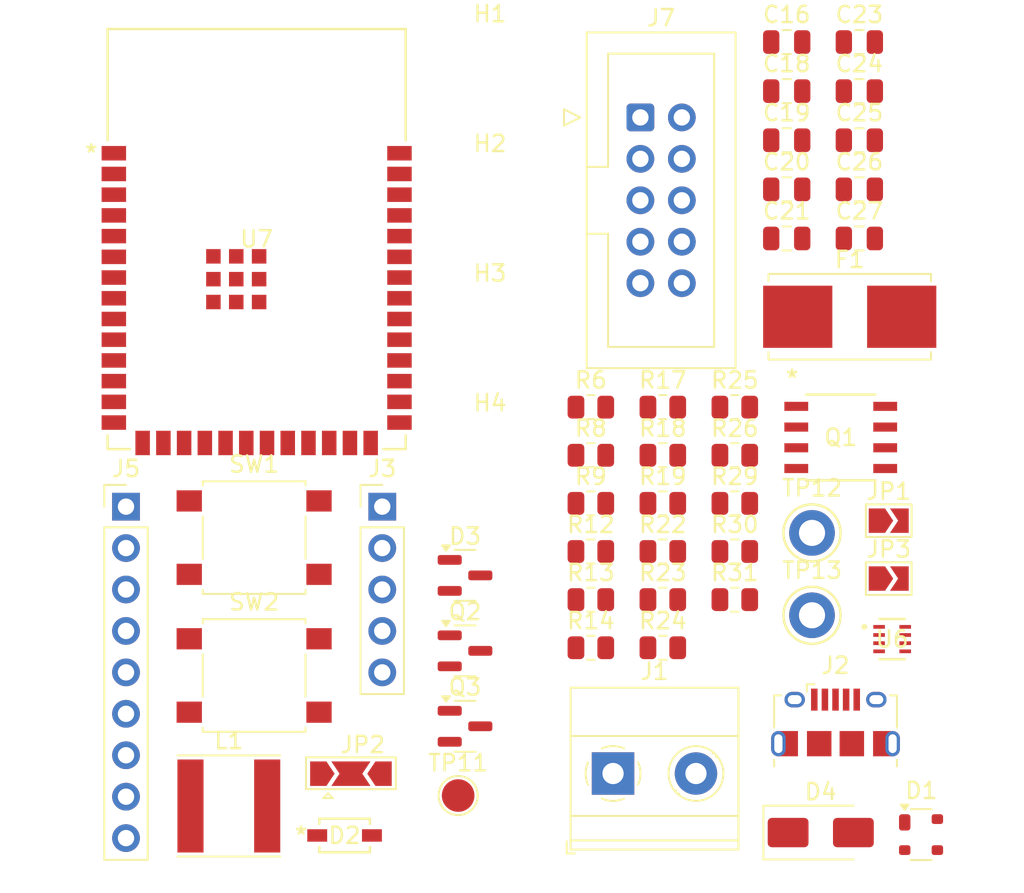
<source format=kicad_pcb>
(kicad_pcb (version 20240108) (generator "pcbnew") (generator_version "8.0")
  (layers (0 "F.Cu" signal) (31 "B.Cu" signal) (34 "B.Paste" user) (35 "F.Paste" user) (36 "B.SilkS" user "B.Silkscreen") (37 "F.SilkS" user "F.Silkscreen") (38 "B.Mask" user) (39 "F.Mask" user) (44 "Edge.Cuts" user))
  (net 0 "")
  (net 1 "+BATT")
  (net 2 "GND")
  (net 3 "Net-(U6-SW)")
  (net 4 "/CHIP_PU")
  (net 5 "/GPIO0_STRAPPING")
  (net 6 "+3V3")
  (net 7 "Net-(U6-BST)")
  (net 8 "Net-(JP3-A)")
  (net 9 "Net-(D2-A)")
  (net 10 "/VBAT_SENSE")
  (net 11 "Net-(F1-Pad2)")
  (net 12 "Net-(J1-Pin_2)")
  (net 13 "+5V")
  (net 14 "/D-")
  (net 15 "/D+")
  (net 18 "/RTS")
  (net 19 "/DTR")
  (net 20 "/TX")
  (net 21 "/RX")
  (net 22 "/GPIO5")
  (net 23 "/GPIO6")
  (net 24 "/GPIO7")
  (net 25 "/GPIO15")
  (net 26 "/GPIO16")
  (net 27 "/GPIO17")
  (net 28 "/GPIO18")
  (net 29 "Net-(J7-VTref)")
  (net 30 "/MTMS")
  (net 31 "/MTCK")
  (net 32 "/MTDO")
  (net 33 "/MTDI")
  (net 34 "/GPIO3_STRAPPING")
  (net 36 "Net-(JP2-C)")
  (net 37 "Net-(Q2-B)")
  (net 38 "Net-(Q2-C)")
  (net 39 "Net-(Q3-B)")
  (net 40 "Net-(Q3-C)")
  (net 41 "/GPIO46_STRAPPING")
  (net 42 "/GPIO45_STRAPPING")
  (net 43 "Net-(U6-EN)")
  (net 44 "Net-(U6-RT)")
  (net 45 "Net-(U6-PG)")
  (net 46 "Net-(U6-FB)")
  (footprint "Resistor_SMD:R_0805_2012Metric" (layer "F.Cu") (at 131.01 107.195)
    (property "Reference" "R14" (at 0 -1.65 0) (layer "F.SilkS"))
    (property "Value" "10k")
    (pad "1" smd roundrect (at -0.9125 0) (size 1.025 1.4) (layers "F.Cu" "F.Paste" "F.Mask") (roundrect_rratio 0.243902) (net 18 "/RTS"))
    (pad "2" smd roundrect (at 0.9125 0) (size 1.025 1.4) (layers "F.Cu" "F.Paste" "F.Mask") (roundrect_rratio 0.243902) (net 39 "Net-(Q3-B)"))
  )
  (footprint "Resistor_SMD:R_0805_2012Metric" (layer "F.Cu") (at 135.42 104.245)
    (property "Reference" "R23" (at 0 -1.65 0) (layer "F.SilkS"))
    (property "Value" "DNP")
    (pad "1" smd roundrect (at -0.9125 0) (size 1.025 1.4) (layers "F.Cu" "F.Paste" "F.Mask") (roundrect_rratio 0.243902) (net 43 "Net-(U6-EN)"))
    (pad "2" smd roundrect (at 0.9125 0) (size 1.025 1.4) (layers "F.Cu" "F.Paste" "F.Mask") (roundrect_rratio 0.243902) (net 2 "GND"))
  )
  (footprint "Resistor_SMD:R_0805_2012Metric" (layer "F.Cu") (at 131.01 101.295)
    (property "Reference" "R12" (at 0 -1.65 0) (layer "F.SilkS"))
    (property "Value" "1k")
    (pad "1" smd roundrect (at -0.9125 0) (size 1.025 1.4) (layers "F.Cu" "F.Paste" "F.Mask") (roundrect_rratio 0.243902) (net 41 "/GPIO46_STRAPPING"))
    (pad "2" smd roundrect (at 0.9125 0) (size 1.025 1.4) (layers "F.Cu" "F.Paste" "F.Mask") (roundrect_rratio 0.243902) (net 6 "+3V3"))
  )
  (footprint "local_footprints:ESP32-S3-WROOM-1_EXP" (layer "F.Cu") (at 110.5345 82.141)
    (property "Reference" "U7" (at 0 0 0) (layer "F.SilkS"))
    (property "Value" "ESP32-S3-WROOM-1-N16R2")
    (fp_text user "*" (at -10.1343 -5.26 0) (layer "F.SilkS"))
    (fp_text user "*" (at -10.1343 -5.26 0) (layer "F.SilkS"))
    (pad "1" smd rect (at -8.75 -5.26) (size 1.4986 0.889) (layers "F.Cu" "F.Paste" "F.Mask") (net 2 "GND"))
    (pad "2" smd rect (at -8.75 -3.99) (size 1.4986 0.889) (layers "F.Cu" "F.Paste" "F.Mask") (net 6 "+3V3"))
    (pad "3" smd rect (at -8.75 -2.72) (size 1.4986 0.889) (layers "F.Cu" "F.Paste" "F.Mask") (net 4 "/CHIP_PU"))
    (pad "4" smd rect (at -8.75 -1.45) (size 1.4986 0.889) (layers "F.Cu" "F.Paste" "F.Mask") (net 10 "/VBAT_SENSE"))
    (pad "5" smd rect (at -8.75 -0.18) (size 1.4986 0.889) (layers "F.Cu" "F.Paste" "F.Mask") (net 22 "/GPIO5"))
    (pad "6" smd rect (at -8.75 1.09) (size 1.4986 0.889) (layers "F.Cu" "F.Paste" "F.Mask") (net 23 "/GPIO6"))
    (pad "7" smd rect (at -8.75 2.36) (size 1.4986 0.889) (layers "F.Cu" "F.Paste" "F.Mask") (net 24 "/GPIO7"))
    (pad "8" smd rect (at -8.75 3.63) (size 1.4986 0.889) (layers "F.Cu" "F.Paste" "F.Mask") (net 25 "/GPIO15"))
    (pad "9" smd rect (at -8.75 4.9) (size 1.4986 0.889) (layers "F.Cu" "F.Paste" "F.Mask") (net 26 "/GPIO16"))
    (pad "10" smd rect (at -8.75 6.17) (size 1.4986 0.889) (layers "F.Cu" "F.Paste" "F.Mask") (net 27 "/GPIO17"))
    (pad "11" smd rect (at -8.75 7.44) (size 1.4986 0.889) (layers "F.Cu" "F.Paste" "F.Mask") (net 28 "/GPIO18"))
    (pad "12" smd rect (at -8.75 8.71) (size 1.4986 0.889) (layers "F.Cu" "F.Paste" "F.Mask"))
    (pad "13" smd rect (at -8.75 9.98) (size 1.4986 0.889) (layers "F.Cu" "F.Paste" "F.Mask") (net 14 "/D-"))
    (pad "14" smd rect (at -8.75 11.25) (size 1.4986 0.889) (layers "F.Cu" "F.Paste" "F.Mask") (net 15 "/D+"))
    (pad "15" smd rect (at -6.985 12.5 90) (size 1.4986 0.889) (layers "F.Cu" "F.Paste" "F.Mask") (net 34 "/GPIO3_STRAPPING"))
    (pad "16" smd rect (at -5.715 12.5 90) (size 1.4986 0.889) (layers "F.Cu" "F.Paste" "F.Mask") (net 41 "/GPIO46_STRAPPING"))
    (pad "17" smd rect (at -4.445 12.5 90) (size 1.4986 0.889) (layers "F.Cu" "F.Paste" "F.Mask"))
    (pad "18" smd rect (at -3.175 12.5 90) (size 1.4986 0.889) (layers "F.Cu" "F.Paste" "F.Mask"))
    (pad "19" smd rect (at -1.905 12.5 90) (size 1.4986 0.889) (layers "F.Cu" "F.Paste" "F.Mask"))
    (pad "20" smd rect (at -0.635 12.5 90) (size 1.4986 0.889) (layers "F.Cu" "F.Paste" "F.Mask"))
    (pad "21" smd rect (at 0.635 12.5 90) (size 1.4986 0.889) (layers "F.Cu" "F.Paste" "F.Mask"))
    (pad "22" smd rect (at 1.905 12.5 90) (size 1.4986 0.889) (layers "F.Cu" "F.Paste" "F.Mask"))
    (pad "23" smd rect (at 3.175 12.5 90) (size 1.4986 0.889) (layers "F.Cu" "F.Paste" "F.Mask"))
    (pad "24" smd rect (at 4.445 12.5 90) (size 1.4986 0.889) (layers "F.Cu" "F.Paste" "F.Mask"))
    (pad "25" smd rect (at 5.715 12.5 90) (size 1.4986 0.889) (layers "F.Cu" "F.Paste" "F.Mask"))
    (pad "26" smd rect (at 6.985 12.5 90) (size 1.4986 0.889) (layers "F.Cu" "F.Paste" "F.Mask") (net 42 "/GPIO45_STRAPPING"))
    (pad "27" smd rect (at 8.75 11.25) (size 1.4986 0.889) (layers "F.Cu" "F.Paste" "F.Mask") (net 5 "/GPIO0_STRAPPING"))
    (pad "28" smd rect (at 8.75 9.98) (size 1.4986 0.889) (layers "F.Cu" "F.Paste" "F.Mask"))
    (pad "29" smd rect (at 8.75 8.71) (size 1.4986 0.889) (layers "F.Cu" "F.Paste" "F.Mask"))
    (pad "30" smd rect (at 8.75 7.44) (size 1.4986 0.889) (layers "F.Cu" "F.Paste" "F.Mask"))
    (pad "31" smd rect (at 8.75 6.17) (size 1.4986 0.889) (layers "F.Cu" "F.Paste" "F.Mask"))
    (pad "32" smd rect (at 8.75 4.9) (size 1.4986 0.889) (layers "F.Cu" "F.Paste" "F.Mask") (net 31 "/MTCK"))
    (pad "33" smd rect (at 8.75 3.63) (size 1.4986 0.889) (layers "F.Cu" "F.Paste" "F.Mask") (net 32 "/MTDO"))
    (pad "34" smd rect (at 8.75 2.36) (size 1.4986 0.889) (layers "F.Cu" "F.Paste" "F.Mask") (net 33 "/MTDI"))
    (pad "35" smd rect (at 8.75 1.09) (size 1.4986 0.889) (layers "F.Cu" "F.Paste" "F.Mask") (net 30 "/MTMS"))
    (pad "36" smd rect (at 8.75 -0.18) (size 1.4986 0.889) (layers "F.Cu" "F.Paste" "F.Mask") (net 21 "/RX"))
    (pad "37" smd rect (at 8.75 -1.45) (size 1.4986 0.889) (layers "F.Cu" "F.Paste" "F.Mask") (net 20 "/TX"))
    (pad "38" smd rect (at 8.75 -2.72) (size 1.4986 0.889) (layers "F.Cu" "F.Paste" "F.Mask"))
    (pad "39" smd rect (at 8.75 -3.99) (size 1.4986 0.889) (layers "F.Cu" "F.Paste" "F.Mask"))
    (pad "40" smd rect (at 8.75 -5.26) (size 1.4986 0.889) (layers "F.Cu" "F.Paste" "F.Mask") (net 2 "GND"))
    (pad "41" smd rect (at -1.25 2.46) (size 0.889 0.889) (layers "F.Cu" "F.Paste" "F.Mask") (net 2 "GND"))
    (pad "42" smd rect (at -1.25 1.06) (size 0.889 0.889) (layers "F.Cu" "F.Paste" "F.Mask") (net 2 "GND"))
    (pad "43" smd rect (at -2.65 1.06) (size 0.889 0.889) (layers "F.Cu" "F.Paste" "F.Mask") (net 2 "GND"))
    (pad "44" smd rect (at -2.65 2.46) (size 0.889 0.889) (layers "F.Cu" "F.Paste" "F.Mask") (net 2 "GND"))
    (pad "45" smd rect (at -2.65 3.86) (size 0.889 0.889) (layers "F.Cu" "F.Paste" "F.Mask") (net 2 "GND"))
    (pad "46" smd rect (at -1.25 3.86) (size 0.889 0.889) (layers "F.Cu" "F.Paste" "F.Mask") (net 2 "GND"))
    (pad "47" smd rect (at 0.15 3.86) (size 0.889 0.889) (layers "F.Cu" "F.Paste" "F.Mask") (net 2 "GND"))
    (pad "48" smd rect (at 0.15 2.46) (size 0.889 0.889) (layers "F.Cu" "F.Paste" "F.Mask") (net 2 "GND"))
    (pad "49" smd rect (at 0.15 1.06) (size 0.889 0.889) (layers "F.Cu" "F.Paste" "F.Mask") (net 2 "GND"))
  )
  (footprint "Resistor_SMD:R_0805_2012Metric" (layer "F.Cu") (at 139.83 92.445)
    (property "Reference" "R25" (at 0 -1.65 0) (layer "F.SilkS"))
    (property "Value" "100k")
    (pad "1" smd roundrect (at -0.9125 0) (size 1.025 1.4) (layers "F.Cu" "F.Paste" "F.Mask") (roundrect_rratio 0.243902) (net 6 "+3V3"))
    (pad "2" smd roundrect (at 0.9125 0) (size 1.025 1.4) (layers "F.Cu" "F.Paste" "F.Mask") (roundrect_rratio 0.243902) (net 5 "/GPIO0_STRAPPING"))
  )
  (footprint "Connector_USB:USB_Micro-B_Amphenol_10118194_Horizontal" (layer "F.Cu") (at 146 111.775)
    (property "Reference" "J2" (at 0 -3.5 0) (layer "F.SilkS"))
    (property "Value" "USB_B_Micro")
    (pad "1" smd rect (at -1.3 -1.4) (size 0.4 1.35) (layers "F.Cu" "F.Paste" "F.Mask") (net 13 "+5V"))
    (pad "2" smd rect (at -0.65 -1.4) (size 0.4 1.35) (layers "F.Cu" "F.Paste" "F.Mask") (net 14 "/D-"))
    (pad "3" smd rect (at 0 -1.4) (size 0.4 1.35) (layers "F.Cu" "F.Paste" "F.Mask") (net 15 "/D+"))
    (pad "4" smd rect (at 0.65 -1.4) (size 0.4 1.35) (layers "F.Cu" "F.Paste" "F.Mask"))
    (pad "5" smd rect (at 1.3 -1.4) (size 0.4 1.35) (layers "F.Cu" "F.Paste" "F.Mask") (net 2 "GND"))
    (pad "6" thru_hole oval (at -3.5 1.3) (size 0.89 1.55) (drill oval 0.5 1.15) (layers "*.Cu" "*.Mask"))
    (pad "6" smd rect (at -2.9 1.3) (size 1.2 1.55) (layers "F.Cu" "F.Paste" "F.Mask"))
    (pad "6" thru_hole oval (at -2.5 -1.4) (size 1.25 0.95) (drill oval 0.85 0.55) (layers "*.Cu" "*.Mask"))
    (pad "6" smd rect (at -1 1.3) (size 1.5 1.55) (layers "F.Cu" "F.Paste" "F.Mask"))
    (pad "6" smd rect (at 1 1.3) (size 1.5 1.55) (layers "F.Cu" "F.Paste" "F.Mask"))
    (pad "6" thru_hole oval (at 2.5 -1.4) (size 1.25 0.95) (drill oval 0.85 0.55) (layers "*.Cu" "*.Mask"))
    (pad "6" smd rect (at 2.9 1.3) (size 1.2 1.55) (layers "F.Cu" "F.Paste" "F.Mask"))
    (pad "6" thru_hole oval (at 3.5 1.3) (size 0.89 1.55) (drill oval 0.5 1.15) (layers "*.Cu" "*.Mask"))
  )
  (footprint "Resistor_SMD:R_0805_2012Metric" (layer "F.Cu") (at 135.42 98.345)
    (property "Reference" "R19" (at 0 -1.65 0) (layer "F.SilkS"))
    (property "Value" "10k")
    (pad "1" smd roundrect (at -0.9125 0) (size 1.025 1.4) (layers "F.Cu" "F.Paste" "F.Mask") (roundrect_rratio 0.243902) (net 40 "Net-(Q3-C)"))
    (pad "2" smd roundrect (at 0.9125 0) (size 1.025 1.4) (layers "F.Cu" "F.Paste" "F.Mask") (roundrect_rratio 0.243902) (net 5 "/GPIO0_STRAPPING"))
  )
  (footprint "Capacitor_SMD:C_0805_2012Metric" (layer "F.Cu") (at 147.46 76.085)
    (property "Reference" "C25" (at 0 -1.68 0) (layer "F.SilkS"))
    (property "Value" "100n")
    (pad "1" smd roundrect (at -0.95 0) (size 1 1.45) (layers "F.Cu" "F.Paste" "F.Mask") (net 7 "Net-(U6-BST)"))
    (pad "2" smd roundrect (at 0.95 0) (size 1 1.45) (layers "F.Cu" "F.Paste" "F.Mask") (net 3 "Net-(U6-SW)"))
  )
  (footprint "Resistor_SMD:R_0805_2012Metric" (layer "F.Cu") (at 131.01 98.345)
    (property "Reference" "R9" (at 0 -1.65 0) (layer "F.SilkS"))
    (property "Value" "10k")
    (pad "1" smd roundrect (at -0.9125 0) (size 1.025 1.4) (layers "F.Cu" "F.Paste" "F.Mask") (roundrect_rratio 0.243902) (net 10 "/VBAT_SENSE"))
    (pad "2" smd roundrect (at 0.9125 0) (size 1.025 1.4) (layers "F.Cu" "F.Paste" "F.Mask") (roundrect_rratio 0.243902) (net 2 "GND"))
  )
  (footprint "Connector_IDC:IDC-Header_2x05_P2.54mm_Vertical" (layer "F.Cu") (at 134.045 74.685)
    (property "Reference" "J7" (at 1.27 -6.1 0) (layer "F.SilkS"))
    (property "Value" "Conn_ARM_JTAG_SWD_10")
    (pad "1" thru_hole roundrect (at 0 0) (size 1.7 1.7) (drill 1) (layers "*.Cu" "*.Mask") (roundrect_rratio 0.147059) (net 29 "Net-(J7-VTref)"))
    (pad "2" thru_hole circle (at 2.54 0) (size 1.7 1.7) (drill 1) (layers "*.Cu" "*.Mask") (net 30 "/MTMS"))
    (pad "3" thru_hole circle (at 0 2.54) (size 1.7 1.7) (drill 1) (layers "*.Cu" "*.Mask") (net 2 "GND"))
    (pad "4" thru_hole circle (at 2.54 2.54) (size 1.7 1.7) (drill 1) (layers "*.Cu" "*.Mask") (net 31 "/MTCK"))
    (pad "5" thru_hole circle (at 0 5.08) (size 1.7 1.7) (drill 1) (layers "*.Cu" "*.Mask") (net 2 "GND"))
    (pad "6" thru_hole circle (at 2.54 5.08) (size 1.7 1.7) (drill 1) (layers "*.Cu" "*.Mask") (net 32 "/MTDO"))
    (pad "7" thru_hole circle (at 0 7.62) (size 1.7 1.7) (drill 1) (layers "*.Cu" "*.Mask"))
    (pad "8" thru_hole circle (at 2.54 7.62) (size 1.7 1.7) (drill 1) (layers "*.Cu" "*.Mask") (net 33 "/MTDI"))
    (pad "9" thru_hole circle (at 0 10.16) (size 1.7 1.7) (drill 1) (layers "*.Cu" "*.Mask") (net 2 "GND"))
    (pad "10" thru_hole circle (at 2.54 10.16) (size 1.7 1.7) (drill 1) (layers "*.Cu" "*.Mask") (net 4 "/CHIP_PU"))
  )
  (footprint "Package_TO_SOT_SMD:SOT-23" (layer "F.Cu") (at 123.3 107.385)
    (property "Reference" "Q2" (at 0 -2.4 0) (layer "F.SilkS"))
    (property "Value" "SS8050-G")
    (pad "1" smd roundrect (at -0.9375 -0.95) (size 1.475 0.6) (layers "F.Cu" "F.Paste" "F.Mask") (net 37 "Net-(Q2-B)"))
    (pad "2" smd roundrect (at -0.9375 0.95) (size 1.475 0.6) (layers "F.Cu" "F.Paste" "F.Mask") (net 18 "/RTS"))
    (pad "3" smd roundrect (at 0.9375 0) (size 1.475 0.6) (layers "F.Cu" "F.Paste" "F.Mask") (net 38 "Net-(Q2-C)"))
  )
  (footprint "Capacitor_SMD:C_0805_2012Metric" (layer "F.Cu") (at 147.46 70.065)
    (property "Reference" "C23" (at 0 -1.68 0) (layer "F.SilkS"))
    (property "Value" "10u")
    (pad "1" smd roundrect (at -0.95 0) (size 1 1.45) (layers "F.Cu" "F.Paste" "F.Mask") (net 6 "+3V3"))
    (pad "2" smd roundrect (at 0.95 0) (size 1 1.45) (layers "F.Cu" "F.Paste" "F.Mask") (net 2 "GND"))
  )
  (footprint "Resistor_SMD:R_0805_2012Metric" (layer "F.Cu") (at 131.01 104.245)
    (property "Reference" "R13" (at 0 -1.65 0) (layer "F.SilkS"))
    (property "Value" "10k")
    (pad "1" smd roundrect (at -0.9125 0) (size 1.025 1.4) (layers "F.Cu" "F.Paste" "F.Mask") (roundrect_rratio 0.243902) (net 19 "/DTR"))
    (pad "2" smd roundrect (at 0.9125 0) (size 1.025 1.4) (layers "F.Cu" "F.Paste" "F.Mask") (roundrect_rratio 0.243902) (net 37 "Net-(Q2-B)"))
  )
  (footprint "Resistor_SMD:R_0805_2012Metric" (layer "F.Cu") (at 139.83 101.295)
    (property "Reference" "R30" (at 0 -1.65 0) (layer "F.SilkS"))
    (property "Value" "31.3k")
    (pad "1" smd roundrect (at -0.9125 0) (size 1.025 1.4) (layers "F.Cu" "F.Paste" "F.Mask") (roundrect_rratio 0.243902) (net 8 "Net-(JP3-A)"))
    (pad "2" smd roundrect (at 0.9125 0) (size 1.025 1.4) (layers "F.Cu" "F.Paste" "F.Mask") (roundrect_rratio 0.243902) (net 46 "Net-(U6-FB)"))
  )
  (footprint "Capacitor_SMD:C_0805_2012Metric" (layer "F.Cu") (at 143.01 76.085)
    (property "Reference" "C19" (at 0 -1.68 0) (layer "F.SilkS"))
    (property "Value" "1u")
    (pad "1" smd roundrect (at -0.95 0) (size 1 1.45) (layers "F.Cu" "F.Paste" "F.Mask") (net 5 "/GPIO0_STRAPPING"))
    (pad "2" smd roundrect (at 0.95 0) (size 1 1.45) (layers "F.Cu" "F.Paste" "F.Mask") (net 2 "GND"))
  )
  (footprint "Package_TO_SOT_SMD:SOT-143" (layer "F.Cu") (at 151.24 118.65)
    (property "Reference" "D1" (at 0.02 -2.7 0) (layer "F.SilkS"))
    (property "Value" "SP0503BAHT")
    (pad "1" smd roundrect (at -1 -0.75) (size 0.7 1) (layers "F.Cu" "F.Paste" "F.Mask") (net 2 "GND"))
    (pad "2" smd roundrect (at -1 0.95) (size 0.7 0.6) (layers "F.Cu" "F.Paste" "F.Mask") (net 15 "/D+"))
    (pad "3" smd roundrect (at 1 0.95) (size 0.7 0.6) (layers "F.Cu" "F.Paste" "F.Mask") (net 14 "/D-"))
    (pad "4" smd roundrect (at 1 -0.95) (size 0.7 0.6) (layers "F.Cu" "F.Paste" "F.Mask") (net 13 "+5V"))
  )
  (footprint "MountingHole:MountingHole_3.2mm_M3" (layer "F.Cu") (at 124.83 80.485)
    (property "Reference" "H2" (at 0 -4.2 0) (layer "F.SilkS"))
    (property "Value" "MountingHole")
    (pad "" np_thru_hole circle (at 0 0) (size 3.2 3.2) (drill 3.2) (layers "*.Cu" "*.Mask"))
  )
  (footprint "Capacitor_SMD:C_0805_2012Metric" (layer "F.Cu") (at 147.46 82.105)
    (property "Reference" "C27" (at 0 -1.68 0) (layer "F.SilkS"))
    (property "Value" "33u")
    (pad "1" smd roundrect (at -0.95 0) (size 1 1.45) (layers "F.Cu" "F.Paste" "F.Mask") (net 8 "Net-(JP3-A)"))
    (pad "2" smd roundrect (at 0.95 0) (size 1 1.45) (layers "F.Cu" "F.Paste" "F.Mask") (net 2 "GND"))
  )
  (footprint "Resistor_SMD:R_0805_2012Metric" (layer "F.Cu") (at 131.01 95.395)
    (property "Reference" "R8" (at 0 -1.65 0) (layer "F.SilkS"))
    (property "Value" "100k")
    (pad "1" smd roundrect (at -0.9125 0) (size 1.025 1.4) (layers "F.Cu" "F.Paste" "F.Mask") (roundrect_rratio 0.243902) (net 1 "+BATT"))
    (pad "2" smd roundrect (at 0.9125 0) (size 1.025 1.4) (layers "F.Cu" "F.Paste" "F.Mask") (roundrect_rratio 0.243902) (net 10 "/VBAT_SENSE"))
  )
  (footprint "Connector_PinHeader_2.54mm:PinHeader_1x05_P2.54mm_Vertical" (layer "F.Cu") (at 118.23 98.545)
    (property "Reference" "J3" (at 0 -2.33 0) (layer "F.SilkS"))
    (property "Value" "Conn_01x05_Female")
    (pad "1" thru_hole rect (at 0 0) (size 1.7 1.7) (drill 1) (layers "*.Cu" "*.Mask") (net 18 "/RTS"))
    (pad "2" thru_hole oval (at 0 2.54) (size 1.7 1.7) (drill 1) (layers "*.Cu" "*.Mask") (net 19 "/DTR"))
    (pad "3" thru_hole oval (at 0 5.08) (size 1.7 1.7) (drill 1) (layers "*.Cu" "*.Mask") (net 20 "/TX"))
    (pad "4" thru_hole oval (at 0 7.62) (size 1.7 1.7) (drill 1) (layers "*.Cu" "*.Mask") (net 21 "/RX"))
    (pad "5" thru_hole oval (at 0 10.16) (size 1.7 1.7) (drill 1) (layers "*.Cu" "*.Mask") (net 2 "GND"))
  )
  (footprint "MountingHole:MountingHole_3.2mm_M3" (layer "F.Cu") (at 124.83 88.435)
    (property "Reference" "H3" (at 0 -4.2 0) (layer "F.SilkS"))
    (property "Value" "MountingHole")
    (pad "" np_thru_hole circle (at 0 0) (size 3.2 3.2) (drill 3.2) (layers "*.Cu" "*.Mask"))
  )
  (footprint "Jumper:SolderJumper-2_P1.3mm_Open_TrianglePad1.0x1.5mm" (layer "F.Cu") (at 149.26 99.405)
    (property "Reference" "JP1" (at 0 -1.8 0) (layer "F.SilkS"))
    (property "Value" "SolderJumper_2_Open")
    (pad "1" smd custom (at -0.725 0) (size 0.3 0.3) (layers "F.Cu" "F.Mask") (net 6 "+3V3") (options (clearance outline) (anchor rect)) (primitives (gr_poly (pts (xy 1 0) (xy 0.5 0.75) (xy -0.5 0.75) (xy -0.5 -0.75) (xy 0.5 -0.75)) (width 0) (fill yes))))
    (pad "2" smd custom (at 0.725 0) (size 0.3 0.3) (layers "F.Cu" "F.Mask") (net 29 "Net-(J7-VTref)") (options (clearance outline) (anchor rect)) (primitives (gr_poly (pts (xy 0.5 0.75) (xy -0.65 0.75) (xy -0.15 0) (xy -0.65 -0.75) (xy 0.5 -0.75)) (width 0) (fill yes))))
  )
  (footprint "Capacitor_SMD:C_0805_2012Metric" (layer "F.Cu") (at 143.01 79.095)
    (property "Reference" "C20" (at 0 -1.68 0) (layer "F.SilkS"))
    (property "Value" "10u")
    (pad "1" smd roundrect (at -0.95 0) (size 1 1.45) (layers "F.Cu" "F.Paste" "F.Mask") (net 1 "+BATT"))
    (pad "2" smd roundrect (at 0.95 0) (size 1 1.45) (layers "F.Cu" "F.Paste" "F.Mask") (net 2 "GND"))
  )
  (footprint "Package_TO_SOT_SMD:SOT-23" (layer "F.Cu") (at 123.3 112.01)
    (property "Reference" "Q3" (at 0 -2.4 0) (layer "F.SilkS"))
    (property "Value" "SS8050-G")
    (pad "1" smd roundrect (at -0.9375 -0.95) (size 1.475 0.6) (layers "F.Cu" "F.Paste" "F.Mask") (net 39 "Net-(Q3-B)"))
    (pad "2" smd roundrect (at -0.9375 0.95) (size 1.475 0.6) (layers "F.Cu" "F.Paste" "F.Mask") (net 19 "/DTR"))
    (pad "3" smd roundrect (at 0.9375 0) (size 1.475 0.6) (layers "F.Cu" "F.Paste" "F.Mask") (net 40 "Net-(Q3-C)"))
  )
  (footprint "Package_TO_SOT_SMD:SOT-23" (layer "F.Cu") (at 123.3 102.76)
    (property "Reference" "D3" (at 0 -2.4 0) (layer "F.SilkS"))
    (property "Value" "BAT54S")
    (pad "1" smd roundrect (at -0.9375 -0.95) (size 1.475 0.6) (layers "F.Cu" "F.Paste" "F.Mask") (net 2 "GND"))
    (pad "2" smd roundrect (at -0.9375 0.95) (size 1.475 0.6) (layers "F.Cu" "F.Paste" "F.Mask") (net 6 "+3V3"))
    (pad "3" smd roundrect (at 0.9375 0) (size 1.475 0.6) (layers "F.Cu" "F.Paste" "F.Mask") (net 10 "/VBAT_SENSE"))
  )
  (footprint "TestPoint:TestPoint_Keystone_5010-5014_Multipurpose" (layer "F.Cu") (at 144.56 105.205)
    (property "Reference" "TP13" (at 0 -2.75 0) (layer "F.SilkS"))
    (property "Value" "TestPoint")
    (pad "1" thru_hole circle (at 0 0) (size 2.8 2.8) (drill 1.6) (layers "*.Cu" "*.Mask") (net 2 "GND"))
  )
  (footprint "TestPoint:TestPoint_Pad_D2.0mm" (layer "F.Cu") (at 122.88 116.255)
    (property "Reference" "TP11" (at 0 -1.998 0) (layer "F.SilkS"))
    (property "Value" "TestPoint")
    (pad "1" smd circle (at 0 0) (size 2 2) (layers "F.Cu" "F.Mask") (net 45 "Net-(U6-PG)"))
  )
  (footprint "Capacitor_SMD:C_0805_2012Metric" (layer "F.Cu") (at 147.46 79.095)
    (property "Reference" "C26" (at 0 -1.68 0) (layer "F.SilkS"))
    (property "Value" "33u")
    (pad "1" smd roundrect (at -0.95 0) (size 1 1.45) (layers "F.Cu" "F.Paste" "F.Mask") (net 8 "Net-(JP3-A)"))
    (pad "2" smd roundrect (at 0.95 0) (size 1 1.45) (layers "F.Cu" "F.Paste" "F.Mask") (net 2 "GND"))
  )
  (footprint "Button_Switch_SMD:SW_SPST_B3S-1000" (layer "F.Cu") (at 110.38 100.445)
    (property "Reference" "SW1" (at 0 -4.5 0) (layer "F.SilkS"))
    (property "Value" "SW_Push")
    (pad "1" smd rect (at -3.975 -2.25) (size 1.55 1.3) (layers "F.Cu" "F.Paste" "F.Mask") (net 2 "GND"))
    (pad "1" smd rect (at 3.975 -2.25) (size 1.55 1.3) (layers "F.Cu" "F.Paste" "F.Mask") (net 2 "GND"))
    (pad "2" smd rect (at -3.975 2.25) (size 1.55 1.3) (layers "F.Cu" "F.Paste" "F.Mask") (net 4 "/CHIP_PU"))
    (pad "2" smd rect (at 3.975 2.25) (size 1.55 1.3) (layers "F.Cu" "F.Paste" "F.Mask") (net 4 "/CHIP_PU"))
  )
  (footprint "Connector_PinHeader_2.54mm:PinHeader_1x09_P2.54mm_Vertical" (layer "F.Cu") (at 102.53 98.545)
    (property "Reference" "J5" (at 0 -2.33 0) (layer "F.SilkS"))
    (property "Value" "Conn_01x09_Female")
    (pad "1" thru_hole rect (at 0 0) (size 1.7 1.7) (drill 1) (layers "*.Cu" "*.Mask") (net 6 "+3V3"))
    (pad "2" thru_hole oval (at 0 2.54) (size 1.7 1.7) (drill 1) (layers "*.Cu" "*.Mask") (net 2 "GND"))
    (pad "3" thru_hole oval (at 0 5.08) (size 1.7 1.7) (drill 1) (layers "*.Cu" "*.Mask") (net 22 "/GPIO5"))
    (pad "4" thru_hole oval (at 0 7.62) (size 1.7 1.7) (drill 1) (layers "*.Cu" "*.Mask") (net 23 "/GPIO6"))
    (pad "5" thru_hole oval (at 0 10.16) (size 1.7 1.7) (drill 1) (layers "*.Cu" "*.Mask") (net 24 "/GPIO7"))
    (pad "6" thru_hole oval (at 0 12.7) (size 1.7 1.7) (drill 1) (layers "*.Cu" "*.Mask") (net 25 "/GPIO15"))
    (pad "7" thru_hole oval (at 0 15.24) (size 1.7 1.7) (drill 1) (layers "*.Cu" "*.Mask") (net 26 "/GPIO16"))
    (pad "8" thru_hole oval (at 0 17.78) (size 1.7 1.7) (drill 1) (layers "*.Cu" "*.Mask") (net 27 "/GPIO17"))
    (pad "9" thru_hole oval (at 0 20.32) (size 1.7 1.7) (drill 1) (layers "*.Cu" "*.Mask") (net 28 "/GPIO18"))
  )
  (footprint "Resistor_SMD:R_0805_2012Metric" (layer "F.Cu") (at 135.42 101.295)
    (property "Reference" "R22" (at 0 -1.65 0) (layer "F.SilkS"))
    (property "Value" "DNP")
    (pad "1" smd roundrect (at -0.9125 0) (size 1.025 1.4) (layers "F.Cu" "F.Paste" "F.Mask") (roundrect_rratio 0.243902) (net 1 "+BATT"))
    (pad "2" smd roundrect (at 0.9125 0) (size 1.025 1.4) (layers "F.Cu" "F.Paste" "F.Mask") (roundrect_rratio 0.243902) (net 43 "Net-(U6-EN)"))
  )
  (footprint "Jumper:SolderJumper-3_P2.0mm_Open_TrianglePad1.0x1.5mm" (layer "F.Cu") (at 116.31 114.915)
    (property "Reference" "JP2" (at 0.725 -1.775 0) (layer "F.SilkS"))
    (property "Value" "SolderJumper_3_Open")
    (pad "1" smd custom (at -2 0) (size 0.3 0.3) (layers "F.Cu" "F.Mask") (net 2 "GND") (options (clearance outline) (anchor rect)) (primitives (gr_poly (pts (xy 1 0) (xy 0.5 0.75) (xy -0.5 0.75) (xy -0.5 -0.75) (xy 0.5 -0.75)) (width 0) (fill yes))))
    (pad "2" smd custom (at 0 0) (size 0.3 0.3) (layers "F.Cu") (net 36 "Net-(JP2-C)") (options (clearance outline) (anchor rect)) (primitives (gr_poly (pts (xy 0.7 0) (xy 1.2 0.75) (xy -1.2 0.75) (xy -0.7 0) (xy -1.2 -0.75) (xy 1.2 -0.75)) (width 0) (fill yes))))
    (pad "3" smd custom (at 2 0 180) (size 0.3 0.3) (layers "F.Cu" "F.Mask") (net 6 "+3V3") (options (clearance outline) (anchor rect)) (primitives (gr_poly (pts (xy 1 0) (xy 0.5 0.75) (xy -0.5 0.75) (xy -0.5 -0.75) (xy 0.5 -0.75)) (width 0) (fill yes))))
  )
  (footprint "Capacitor_SMD:C_0805_2012Metric" (layer "F.Cu") (at 143.01 82.105)
    (property "Reference" "C21" (at 0 -1.68 0) (layer "F.SilkS"))
    (property "Value" "100n")
    (pad "1" smd roundrect (at -0.95 0) (size 1 1.45) (layers "F.Cu" "F.Paste" "F.Mask") (net 1 "+BATT"))
    (pad "2" smd roundrect (at 0.95 0) (size 1 1.45) (layers "F.Cu" "F.Paste" "F.Mask") (net 2 "GND"))
  )
  (footprint "MountingHole:MountingHole_3.2mm_M3" (layer "F.Cu") (at 124.83 72.535)
    (property "Reference" "H1" (at 0 -4.2 0) (layer "F.SilkS"))
    (property "Value" "MountingHole")
    (pad "" np_thru_hole circle (at 0 0) (size 3.2 3.2) (drill 3.2) (layers "*.Cu" "*.Mask"))
  )
  (footprint "Capacitor_SMD:C_0805_2012Metric" (layer "F.Cu") (at 143.01 70.065)
    (property "Reference" "C16" (at 0 -1.68 0) (layer "F.SilkS"))
    (property "Value" "10u")
    (pad "1" smd roundrect (at -0.95 0) (size 1 1.45) (layers "F.Cu" "F.Paste" "F.Mask") (net 1 "+BATT"))
    (pad "2" smd roundrect (at 0.95 0) (size 1 1.45) (layers "F.Cu" "F.Paste" "F.Mask") (net 2 "GND"))
  )
  (footprint "local_footprints:SOD-123_ONS" (layer "F.Cu") (at 115.9212 118.7019)
    (property "Reference" "D2" (at 0 0 0) (layer "F.SilkS"))
    (property "Value" "D_Zener")
    (fp_text user "*" (at -2.667 0 0) (layer "F.SilkS"))
    (fp_text user "*" (at -2.667 0 0) (layer "F.SilkS"))
    (pad "1" smd rect (at -1.6764 0) (size 1.2192 0.762) (layers "F.Cu" "F.Paste" "F.Mask") (net 1 "+BATT"))
    (pad "2" smd rect (at 1.6764 0) (size 1.2192 0.762) (layers "F.Cu" "F.Paste" "F.Mask") (net 9 "Net-(D2-A)"))
  )
  (footprint "Jumper:SolderJumper-2_P1.3mm_Open_TrianglePad1.0x1.5mm" (layer "F.Cu") (at 149.26 102.955)
    (property "Reference" "JP3" (at 0 -1.8 0) (layer "F.SilkS"))
    (property "Value" "SolderJumper_2_Open")
    (pad "1" smd custom (at -0.725 0) (size 0.3 0.3) (layers "F.Cu" "F.Mask") (net 8 "Net-(JP3-A)") (options (clearance outline) (anchor rect)) (primitives (gr_poly (pts (xy 1 0) (xy 0.5 0.75) (xy -0.5 0.75) (xy -0.5 -0.75) (xy 0.5 -0.75)) (width 0) (fill yes))))
    (pad "2" smd custom (at 0.725 0) (size 0.3 0.3) (layers "F.Cu" "F.Mask") (net 6 "+3V3") (options (clearance outline) (anchor rect)) (primitives (gr_poly (pts (xy 0.5 0.75) (xy -0.65 0.75) (xy -0.15 0) (xy -0.65 -0.75) (xy 0.5 -0.75)) (width 0) (fill yes))))
  )
  (footprint "Capacitor_SMD:C_0805_2012Metric" (layer "F.Cu") (at 143.01 73.075)
    (property "Reference" "C18" (at 0 -1.68 0) (layer "F.SilkS"))
    (property "Value" "1u")
    (pad "1" smd roundrect (at -0.95 0) (size 1 1.45) (layers "F.Cu" "F.Paste" "F.Mask") (net 4 "/CHIP_PU"))
    (pad "2" smd roundrect (at 0.95 0) (size 1 1.45) (layers "F.Cu" "F.Paste" "F.Mask") (net 2 "GND"))
  )
  (footprint "Resistor_SMD:R_0805_2012Metric" (layer "F.Cu") (at 139.83 104.245)
    (property "Reference" "R31" (at 0 -1.65 0) (layer "F.SilkS"))
    (property "Value" "10.0k")
    (pad "1" smd roundrect (at -0.9125 0) (size 1.025 1.4) (layers "F.Cu" "F.Paste" "F.Mask") (roundrect_rratio 0.243902) (net 46 "Net-(U6-FB)"))
    (pad "2" smd roundrect (at 0.9125 0) (size 1.025 1.4) (layers "F.Cu" "F.Paste" "F.Mask") (roundrect_rratio 0.243902) (net 2 "GND"))
  )
  (footprint "Inductor_SMD:L_Taiyo-Yuden_NR-60xx" (layer "F.Cu") (at 108.83 116.895)
    (property "Reference" "L1" (at 0 -4 0) (layer "F.SilkS"))
    (property "Value" "4.7u")
    (pad "1" smd rect (at -2.35 0) (size 1.6 5.7) (layers "F.Cu" "F.Paste" "F.Mask") (net 3 "Net-(U6-SW)"))
    (pad "2" smd rect (at 2.35 0) (size 1.6 5.7) (layers "F.Cu" "F.Paste" "F.Mask") (net 8 "Net-(JP3-A)"))
  )
  (footprint "Resistor_SMD:R_0805_2012Metric" (layer "F.Cu") (at 131.01 92.445)
    (property "Reference" "R6" (at 0 -1.65 0) (layer "F.SilkS"))
    (property "Value" "100k")
    (pad "1" smd roundrect (at -0.9125 0) (size 1.025 1.4) (layers "F.Cu" "F.Paste" "F.Mask") (roundrect_rratio 0.243902) (net 9 "Net-(D2-A)"))
    (pad "2" smd roundrect (at 0.9125 0) (size 1.025 1.4) (layers "F.Cu" "F.Paste" "F.Mask") (roundrect_rratio 0.243902) (net 2 "GND"))
  )
  (footprint "Fuse:Fuseholder_Littelfuse_Nano2_154x" (layer "F.Cu") (at 146.87 86.905)
    (property "Reference" "F1" (at 0 -3.5 0) (layer "F.SilkS"))
    (property "Value" "Fuse")
    (pad "1" smd rect (at -3.185 0) (size 4.24 3.81) (layers "F.Cu" "F.Paste" "F.Mask") (net 12 "Net-(J1-Pin_2)"))
    (pad "2" smd rect (at 3.185 0) (size 4.24 3.81) (layers "F.Cu" "F.Paste" "F.Mask") (net 11 "Net-(F1-Pad2)"))
  )
  (footprint "local_footprints:SOT5X3-8_DRL_TEX" (layer "F.Cu") (at 149.469426 106.6651)
    (property "Reference" "U6" (at 0 0 0) (layer "F.SilkS"))
    (property "Value" "TPS62933ODRLR")
    (pad "1" smd rect (at -0.8001 -0.750189) (size 0.7112 0.2286) (layers "F.Cu" "F.Paste" "F.Mask") (net 44 "Net-(U6-RT)"))
    (pad "2" smd rect (at -0.8001 -0.250063) (size 0.7112 0.2286) (layers "F.Cu" "F.Paste" "F.Mask") (net 43 "Net-(U6-EN)"))
    (pad "3" smd rect (at -0.8001 0.250063) (size 0.7112 0.2286) (layers "F.Cu" "F.Paste" "F.Mask") (net 1 "+BATT"))
    (pad "4" smd rect (at -0.8001 0.750189) (size 0.7112 0.2286) (layers "F.Cu" "F.Paste" "F.Mask") (net 2 "GND"))
    (pad "5" smd rect (at 0.8001 0.750189) (size 0.7112 0.2286) (layers "F.Cu" "F.Paste" "F.Mask") (net 3 "Net-(U6-SW)"))
    (pad "6" smd rect (at 0.8001 0.250063) (size 0.7112 0.2286) (layers "F.Cu" "F.Paste" "F.Mask") (net 7 "Net-(U6-BST)"))
    (pad "7" smd rect (at 0.8001 -0.250063) (size 0.7112 0.2286) (layers "F.Cu" "F.Paste" "F.Mask") (net 45 "Net-(U6-PG)"))
    (pad "8" smd rect (at 0.8001 -0.750189) (size 0.7112 0.2286) (layers "F.Cu" "F.Paste" "F.Mask") (net 46 "Net-(U6-FB)"))
  )
  (footprint "Resistor_SMD:R_0805_2012Metric" (layer "F.Cu") (at 135.42 92.445)
    (property "Reference" "R17" (at 0 -1.65 0) (layer "F.SilkS"))
    (property "Value" "1k")
    (pad "1" smd roundrect (at -0.9125 0) (size 1.025 1.4) (layers "F.Cu" "F.Paste" "F.Mask") (roundrect_rratio 0.243902) (net 34 "/GPIO3_STRAPPING"))
    (pad "2" smd roundrect (at 0.9125 0) (size 1.025 1.4) (layers "F.Cu" "F.Paste" "F.Mask") (roundrect_rratio 0.243902) (net 36 "Net-(JP2-C)"))
  )
  (footprint "Capacitor_SMD:C_0805_2012Metric" (layer "F.Cu") (at 147.46 73.075)
    (property "Reference" "C24" (at 0 -1.68 0) (layer "F.SilkS"))
    (property "Value" "100n")
    (pad "1" smd roundrect (at -0.95 0) (size 1 1.45) (layers "F.Cu" "F.Paste" "F.Mask") (net 6 "+3V3"))
    (pad "2" smd roundrect (at 0.95 0) (size 1 1.45) (layers "F.Cu" "F.Paste" "F.Mask") (net 2 "GND"))
  )
  (footprint "Resistor_SMD:R_0805_2012Metric" (layer "F.Cu") (at 135.42 107.195)
    (property "Reference" "R24" (at 0 -1.65 0) (layer "F.SilkS"))
    (property "Value" "100k")
    (pad "1" smd roundrect (at -0.9125 0) (size 1.025 1.4) (layers "F.Cu" "F.Paste" "F.Mask") (roundrect_rratio 0.243902) (net 6 "+3V3"))
    (pad "2" smd roundrect (at 0.9125 0) (size 1.025 1.4) (layers "F.Cu" "F.Paste" "F.Mask") (roundrect_rratio 0.243902) (net 4 "/CHIP_PU"))
  )
  (footprint "TestPoint:TestPoint_Keystone_5010-5014_Multipurpose" (layer "F.Cu") (at 144.56 100.155)
    (property "Reference" "TP12" (at 0 -2.75 0) (layer "F.SilkS"))
    (property "Value" "TestPoint")
    (pad "1" thru_hole circle (at 0 0) (size 2.8 2.8) (drill 1.6) (layers "*.Cu" "*.Mask") (net 8 "Net-(JP3-A)"))
  )
  (footprint "local_footprints:SO8SOP-8L_AOS" (layer "F.Cu") (at 146.3196 94.3021)
    (property "Reference" "Q1" (at 0 0 0) (layer "F.SilkS"))
    (property "Value" "AO4485")
    (fp_text user "*" (at -2.97815 -3.6068 0) (layer "F.SilkS"))
    (fp_text user "*" (at -2.97815 -3.6068 0) (layer "F.SilkS"))
    (pad "1" smd rect (at -2.72415 -1.905) (size 1.4605 0.5588) (layers "F.Cu" "F.Paste" "F.Mask") (net 1 "+BATT"))
    (pad "2" smd rect (at -2.72415 -0.635) (size 1.4605 0.5588) (layers "F.Cu" "F.Paste" "F.Mask") (net 1 "+BATT"))
    (pad "3" smd rect (at -2.72415 0.635) (size 1.4605 0.5588) (layers "F.Cu" "F.Paste" "F.Mask") (net 1 "+BATT"))
    (pad "4" smd rect (at -2.72415 1.905) (size 1.4605 0.5588) (layers "F.Cu" "F.Paste" "F.Mask") (net 9 "Net-(D2-A)"))
    (pad "5" smd rect (at 2.72415 1.905) (size 1.4605 0.5588) (layers "F.Cu" "F.Paste" "F.Mask") (net 11 "Net-(F1-Pad2)"))
    (pad "6" smd rect (at 2.72415 0.635) (size 1.4605 0.5588) (layers "F.Cu" "F.Paste" "F.Mask") (net 11 "Net-(F1-Pad2)"))
    (pad "7" smd rect (at 2.72415 -0.635) (size 1.4605 0.5588) (layers "F.Cu" "F.Paste" "F.Mask") (net 11 "Net-(F1-Pad2)"))
    (pad "8" smd rect (at 2.72415 -1.905) (size 1.4605 0.5588) (layers "F.Cu" "F.Paste" "F.Mask") (net 11 "Net-(F1-Pad2)"))
  )
  (footprint "Diode_SMD:D_SMA" (layer "F.Cu") (at 145.095 118.525)
    (property "Reference" "D4" (at 0 -2.5 0) (layer "F.SilkS"))
    (property "Value" "D_Schottky")
    (pad "1" smd roundrect (at -2 0) (size 2.5 1.8) (layers "F.Cu" "F.Paste" "F.Mask") (roundrect_rratio 0.1388888889) (net 1 "+BATT"))
    (pad "2" smd roundrect (at 2 0) (size 2.5 1.8) (layers "F.Cu" "F.Paste" "F.Mask") (roundrect_rratio 0.1388888889) (net 13 "+5V"))
  )
  (footprint "Button_Switch_SMD:SW_SPST_B3S-1000" (layer "F.Cu") (at 110.38 108.895)
    (property "Reference" "SW2" (at 0 -4.5 0) (layer "F.SilkS"))
    (property "Value" "SW_Push")
    (pad "1" smd rect (at -3.975 -2.25) (size 1.55 1.3) (layers "F.Cu" "F.Paste" "F.Mask") (net 2 "GND"))
    (pad "1" smd rect (at 3.975 -2.25) (size 1.55 1.3) (layers "F.Cu" "F.Paste" "F.Mask") (net 2 "GND"))
    (pad "2" smd rect (at -3.975 2.25) (size 1.55 1.3) (layers "F.Cu" "F.Paste" "F.Mask") (net 5 "/GPIO0_STRAPPING"))
    (pad "2" smd rect (at 3.975 2.25) (size 1.55 1.3) (layers "F.Cu" "F.Paste" "F.Mask") (net 5 "/GPIO0_STRAPPING"))
  )
  (footprint "Resistor_SMD:R_0805_2012Metric" (layer "F.Cu") (at 135.42 95.395)
    (property "Reference" "R18" (at 0 -1.65 0) (layer "F.SilkS"))
    (property "Value" "10k")
    (pad "1" smd roundrect (at -0.9125 0) (size 1.025 1.4) (layers "F.Cu" "F.Paste" "F.Mask") (roundrect_rratio 0.243902) (net 38 "Net-(Q2-C)"))
    (pad "2" smd roundrect (at 0.9125 0) (size 1.025 1.4) (layers "F.Cu" "F.Paste" "F.Mask") (roundrect_rratio 0.243902) (net 4 "/CHIP_PU"))
  )
  (footprint "TerminalBlock_Phoenix:TerminalBlock_Phoenix_MKDS-1,5-2-5.08_1x02_P5.08mm_Horizontal" (layer "F.Cu") (at 132.37 114.905)
    (property "Reference" "J1" (at 2.54 -6.26 0) (layer "F.SilkS"))
    (property "Value" "Screw_Terminal_01x02")
    (pad "1" thru_hole rect (at 0 0) (size 2.6 2.6) (drill 1.3) (layers "*.Cu" "*.Mask") (net 2 "GND"))
    (pad "2" thru_hole circle (at 5.08 0) (size 2.6 2.6) (drill 1.3) (layers "*.Cu" "*.Mask") (net 12 "Net-(J1-Pin_2)"))
  )
  (footprint "MountingHole:MountingHole_3.2mm_M3" (layer "F.Cu") (at 124.83 96.385)
    (property "Reference" "H4" (at 0 -4.2 0) (layer "F.SilkS"))
    (property "Value" "MountingHole")
    (pad "" np_thru_hole circle (at 0 0) (size 3.2 3.2) (drill 3.2) (layers "*.Cu" "*.Mask"))
  )
  (footprint "Resistor_SMD:R_0805_2012Metric" (layer "F.Cu") (at 139.83 98.345)
    (property "Reference" "R29" (at 0 -1.65 0) (layer "F.SilkS"))
    (property "Value" "100k")
    (pad "1" smd roundrect (at -0.9125 0) (size 1.025 1.4) (layers "F.Cu" "F.Paste" "F.Mask") (roundrect_rratio 0.243902) (net 6 "+3V3"))
    (pad "2" smd roundrect (at 0.9125 0) (size 1.025 1.4) (layers "F.Cu" "F.Paste" "F.Mask") (roundrect_rratio 0.243902) (net 45 "Net-(U6-PG)"))
  )
  (footprint "Resistor_SMD:R_0805_2012Metric" (layer "F.Cu") (at 139.83 95.395)
    (property "Reference" "R26" (at 0 -1.65 0) (layer "F.SilkS"))
    (property "Value" "DNP")
    (pad "1" smd roundrect (at -0.9125 0) (size 1.025 1.4) (layers "F.Cu" "F.Paste" "F.Mask") (roundrect_rratio 0.243902) (net 2 "GND"))
    (pad "2" smd roundrect (at 0.9125 0) (size 1.025 1.4) (layers "F.Cu" "F.Paste" "F.Mask") (roundrect_rratio 0.243902) (net 44 "Net-(U6-RT)"))
  )
)
</source>
